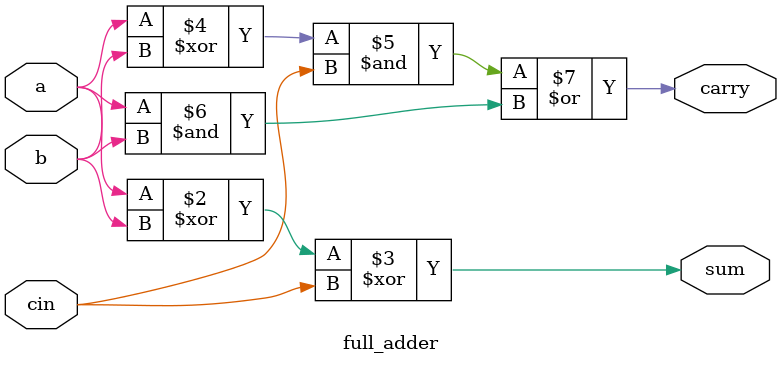
<source format=v>
module full_adder(
input a,b,cin,
output reg sum,carry);
always@(a or b or cin) begin
sum=a^b^cin;
carry=((a^b)&cin)|(a&b);
end
endmodule

</source>
